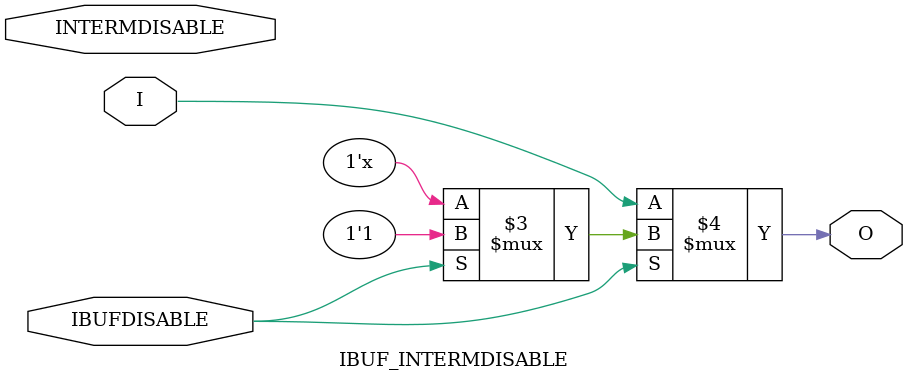
<source format=v>

`timescale  1 ps / 1 ps


module IBUF_INTERMDISABLE (O, I, IBUFDISABLE, INTERMDISABLE);

    parameter IBUF_LOW_PWR = "TRUE";
    parameter IOSTANDARD = "DEFAULT";
    parameter USE_IBUFDISABLE = "TRUE";
    
    output O;

    input  I;
    input  IBUFDISABLE;
    input  INTERMDISABLE;

    initial begin
	
        case (IBUF_LOW_PWR)

            "FALSE", "TRUE" : ;
            default : begin
                          $display("Attribute Syntax Error : The attribute IBUF_LOW_PWR on IBUF_INTERMDISABLE instance %m is set to %s.  Legal values for this attribute are TRUE or FALSE.", IBUF_LOW_PWR);
                          $finish;
                      end

        endcase

    end

    generate
       case (USE_IBUFDISABLE)
          "TRUE" :  begin
                        assign O = (IBUFDISABLE == 0)? I : (IBUFDISABLE == 1)? 1'b1  : 1'bx;
                    end
          "FALSE" : begin
                        assign O = I;
                    end
       endcase
    endgenerate

endmodule

</source>
